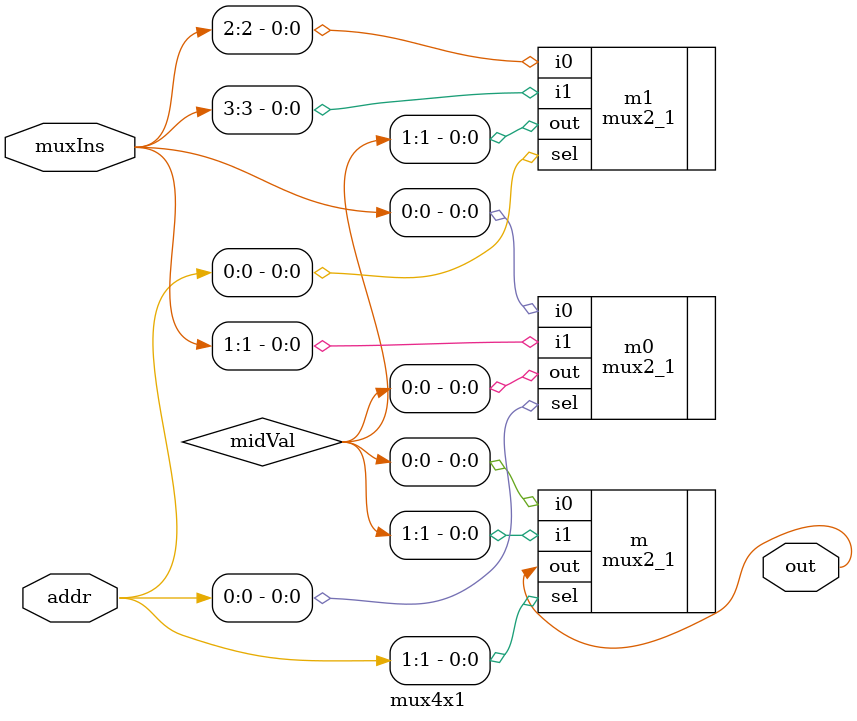
<source format=sv>
module mux4x1(out, addr, muxIns);
	output logic out;
	input logic [1:0] addr;
	input logic [3:0] muxIns;

	logic [1:0] midVal;
	
	//using 3 2x1 muxes, construct a 4x1 mux
	mux2_1 m0(.out(midVal[0]), .i0(muxIns[0]), .i1(muxIns[1]), .sel(addr[0]));
	mux2_1 m1(.out(midVal[1]), .i0(muxIns[2]), .i1(muxIns[3]), .sel(addr[0]));
	mux2_1 m (.out, .i0(midVal[0]), .i1(midVal[1]), .sel(addr[1]));
endmodule

/*
module mux4x1_testbench();
	logic [3:0] muxIns;
	logic [1:0] addr;
	logic out;

	mux4x1 dut (.out, .addr, .muxIns);

	integer i;
	initial begin
		for(i=0; i<64; i++) begin
			{muxIns, addr} = i; #100;
		end
	end
endmodule */


</source>
